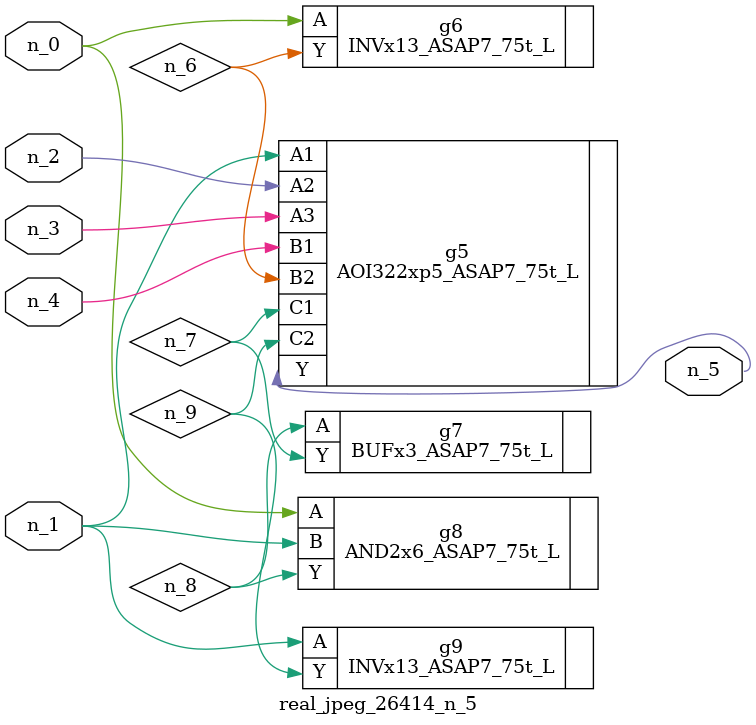
<source format=v>
module real_jpeg_26414_n_5 (n_4, n_0, n_1, n_2, n_3, n_5);

input n_4;
input n_0;
input n_1;
input n_2;
input n_3;

output n_5;

wire n_8;
wire n_6;
wire n_7;
wire n_9;

INVx13_ASAP7_75t_L g6 ( 
.A(n_0),
.Y(n_6)
);

AND2x6_ASAP7_75t_L g8 ( 
.A(n_0),
.B(n_1),
.Y(n_8)
);

AOI322xp5_ASAP7_75t_L g5 ( 
.A1(n_1),
.A2(n_2),
.A3(n_3),
.B1(n_4),
.B2(n_6),
.C1(n_7),
.C2(n_9),
.Y(n_5)
);

INVx13_ASAP7_75t_L g9 ( 
.A(n_1),
.Y(n_9)
);

BUFx3_ASAP7_75t_L g7 ( 
.A(n_8),
.Y(n_7)
);


endmodule
</source>
